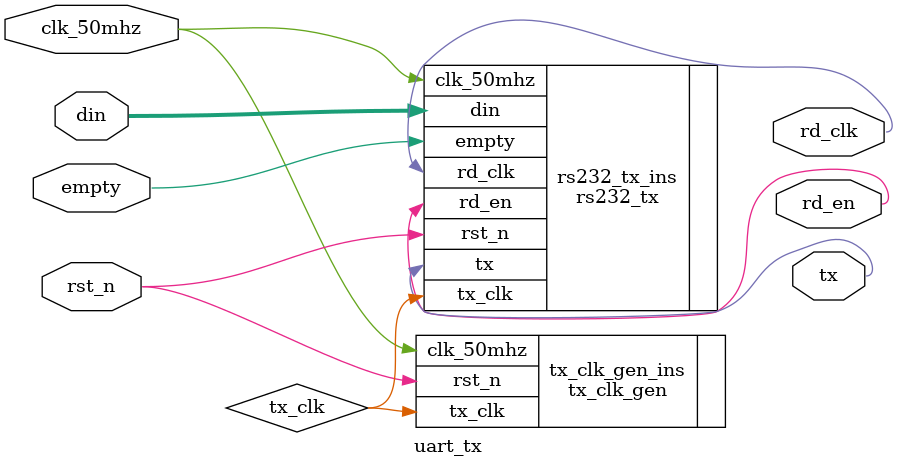
<source format=v>
module uart_tx
(
	input 			clk_50mhz,
	input 			rst_n,
	
	output 			rd_clk,
	output 			rd_en,
	input 			empty,
	input [7:0] 	din,
	
	output 			tx
);
	wire tx_clk;

	tx_clk_gen tx_clk_gen_ins
	(
		.clk_50mhz(clk_50mhz),
		.rst_n(rst_n),
		
		.tx_clk(tx_clk)
	);

	rs232_tx rs232_tx_ins
	(
		.clk_50mhz(clk_50mhz),
		.rst_n(rst_n),
		.tx_clk(tx_clk),
		//rs232总线发送
		.tx(tx),
		
		
		//fifo接口
		.rd_en(rd_en),
		.rd_clk(rd_clk),
		.din(din),
		.empty(empty)
	);

endmodule 
</source>
